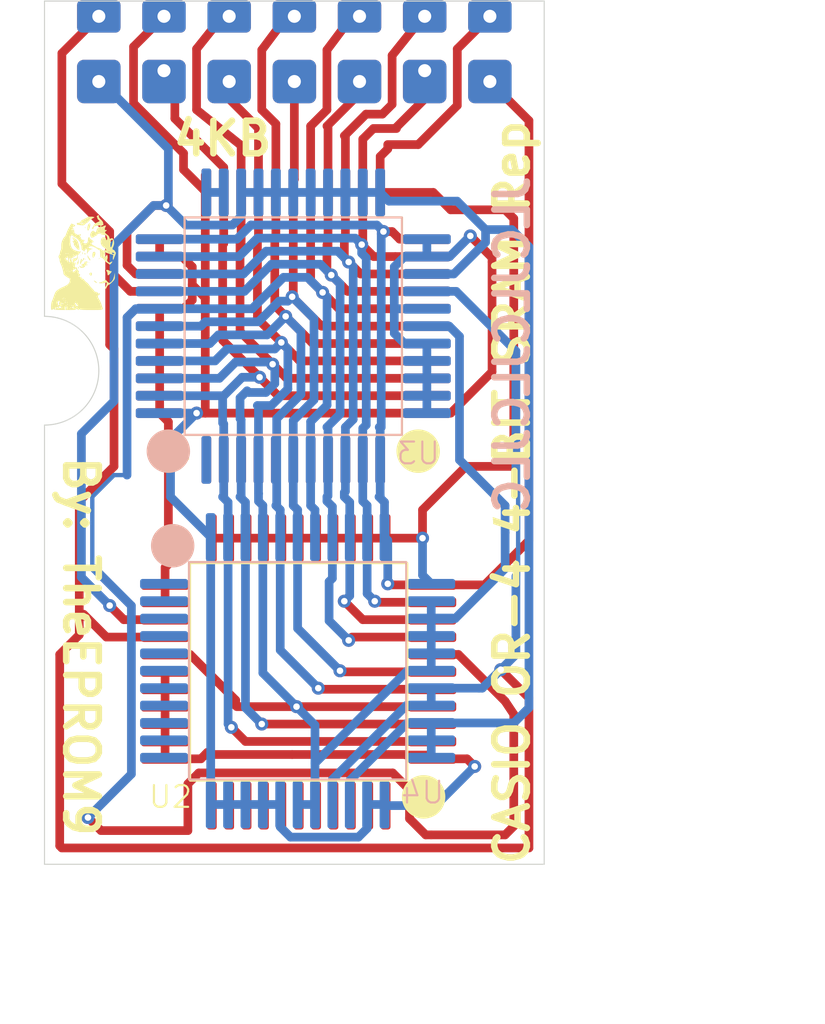
<source format=kicad_pcb>
(kicad_pcb (version 20241229) (generator "pcbnew") (generator_version "9.0")
  (layers (0 "F.Cu" signal) (2 "B.Cu" signal) (13 "F.Paste" user) (15 "B.Paste" user) (5 "F.SilkS" user "F.Silkscreen") (7 "B.SilkS" user "B.Silkscreen") (1 "F.Mask" user) (3 "B.Mask" user) (25 "Edge.Cuts" user))
  (net 0 "")
  (net 1 "Net-(J1-OP)")
  (net 2 "Net-(J1-CE)")
  (net 4 "Net-(J1-D1)")
  (net 6 "Net-(J1-CK1)")
  (net 7 "Net-(J1-V3)")
  (net 9 "Net-(J1-D3)")
  (net 10 "Net-(J1-V4)")
  (net 11 "Net-(J1-GND)")
  (net 14 "Net-(J1-CK2)")
  (net 15 "Net-(U4-BL1)")
  (net 18 "Net-(J1-VDD2)")
  (net 20 "Net-(J1-D4)")
  (net 21 "Net-(J1-INT)")
  (net 22 "Net-(J1-VDD1)")
  (net 49 "Net-(J1-D2)")
  (footprint "Custom_Reto_Chips:MountingHole_2.5mm" (layer "F.Cu") (at 103.9 84)
    (property "Reference" "REF**" (hide yes))
    (property "Value" "MountingHole_2.5mm" (hide yes))
  )
  (footprint "Custom_Reto_Chips:MountingHole_2.5mm" (layer "F.Cu") (at 104 67.5)
    (property "Reference" "REF**" (hide yes))
    (property "Value" "MountingHole_2.5mm" (hide yes))
  )
  (footprint "Custom_Reto_Chips:MountingHole_2.5mm" (layer "F.Cu") (at 119 67.5)
    (property "Reference" "REF**" (hide yes))
    (property "Value" "MountingHole_2.5mm" (hide yes))
  )
  (footprint "Custom_Reto_Chips:HD61914" (layer "F.Cu") (at 112.2 102.35)
    (property "Reference" "U2")
    (property "Value" "~")
  )
  (footprint "Custom_Reto_Chips:HD61914" (layer "F.Cu") (at 111.95 86.45)
    (property "Reference" "U1")
    (property "Value" "~")
  )
  (footprint "Custom_Reto_Chips:CASIO_OR-4_RAM_Pin_Header" (layer "F.Cu") (at 111.5 60.7)
    (property "Reference" "J1" (hide yes))
    (property "Value" "~" (hide yes))
  )
  (footprint "Custom_Reto_Chips:Lion_Logo" (layer "F.Cu") (at 101.8 72)
    (property "Reference" "G***" (hide yes))
    (property "Value" "LOGO" (hide yes))
  )
  (footprint "Custom_Reto_Chips:MountingHole_2.5mm" (layer "F.Cu") (at 119.4 84)
    (property "Reference" "REF**" (hide yes))
    (property "Value" "MountingHole_2.5mm" (hide yes))
  )
  (footprint "Custom_Reto_Chips:HD61914" (layer "B.Cu") (at 110.95 86.45 180)
    (property "Reference" "U3")
    (property "Value" "~")
  )
  (footprint "Custom_Reto_Chips:HD61914" (layer "B.Cu") (at 100.15 90.3 90)
    (property "Reference" "U4")
    (property "Value" "~")
  )
  (gr_line (start 107 65) (end 109 66.6) (stroke (width 0.4)) (layer "F.Cu") (net 22))
  (gr_line (start 113 62.25) (end 113 65) (stroke (width 0.4)) (layer "F.Cu") (net 1))
  (gr_line (start 115.138933 65.861067) (end 114.659453 66.340547) (stroke (width 0.4)) (layer "F.Cu") (net 9))
  (gr_line (start 117 61.25) (end 116 62.5) (stroke (width 0.4)) (layer "F.Cu") (net 49))
  (gr_line (start 110 65) (end 110.604792 65.604792) (stroke (width 0.4)) (layer "F.Cu") (net 6))
  (gr_line (start 107 62.2) (end 107 65) (stroke (width 0.4)) (layer "F.Cu") (net 22))
  (gr_line (start 116 62.5) (end 116 64.75) (stroke (width 0.4)) (layer "F.Cu") (net 49))
  (gr_line (start 114.8 65.2) (end 113.804662 66.195338) (stroke (width 0.4)) (layer "F.Cu") (net 49))
  (gr_line (start 114.25 64.5) (end 113 65.75) (stroke (width 0.4)) (layer "F.Cu") (net 4))
  (gr_line (start 121.2 92.2) (end 121.6 92.8) (stroke (width 0.4)) (layer "F.Cu") (net 1))
  (gr_line (start 107.8 61.2) (end 107 62.2) (stroke (width 0.4)) (layer "F.Cu") (net 22))
  (gr_line (start 113.75 61.25) (end 113 62.25) (stroke (width 0.4)) (layer "F.Cu") (net 1))
  (gr_line (start 110 62.25) (end 110 65) (stroke (width 0.4)) (layer "F.Cu") (net 6))
  (gr_line (start 106 64.6) (end 106 65.4) (stroke (width 0.4)) (layer "F.Cu") (net 2))
  (gr_line (start 107.4 68) (end 107.4 73.8) (stroke (width 0.4)) (layer "F.Cu") (net 11))
  (gr_line (start 115.550845 65.199155) (end 114.8 65.2) (stroke (width 0.4)) (layer "F.Cu") (net 49))
  (gr_line (start 110.75 61.25) (end 110 62.25) (stroke (width 0.4)) (layer "F.Cu") (net 6))
  (gr_line (start 113 65) (end 112.25 65.75) (stroke (width 0.4)) (layer "F.Cu") (net 1))
  (gr_line (start 117.5 64.5) (end 116.152534 65.847466) (stroke (width 0.4)) (layer "F.Cu") (net 9))
  (gr_line (start 116 64.75) (end 115.550845 65.199155) (stroke (width 0.4)) (layer "F.Cu") (net 49))
  (gr_line (start 108.5 64.5) (end 109.78307 65.78307) (stroke (width 0.4)) (layer "F.Cu") (net 18))
  (gr_line (start 115.138933 65.861067) (end 116.2 65.861067) (stroke (width 0.4)) (layer "F.Cu") (net 9))
  (gr_line (start 103.2 76.5) (end 103.2 77.1) (stroke (width 0.4)) (layer "B.Cu") (net 10))
  (gr_line (start 121.8 82.6) (end 121.8 86.4) (stroke (width 0.2)) (layer "B.Cu") (net 7))
  (gr_line (start 116.6 97) (end 115.6 97) (stroke (width 0.4)) (layer "B.Cu"))
  (gr_arc (start 100 74.5) (mid 102.5 77) (end 100 79.5) (stroke (width 0.05)) (layer "Edge.Cuts"))
  (gr_line (start 123 99.7) (end 100 99.7) (stroke (width 0.05)) (layer "Edge.Cuts"))
  (gr_line (start 123 60) (end 123 99.7) (stroke (width 0.05)) (layer "Edge.Cuts"))
  (gr_line (start 100 60) (end 100 74.5) (stroke (width 0.05)) (layer "Edge.Cuts"))
  (gr_line (start 100 99.7) (end 100 79.5) (stroke (width 0.05)) (layer "Edge.Cuts"))
  (gr_line (start 100 60) (end 123 60) (stroke (width 0.05)) (layer "Edge.Cuts"))
  (gr_text "CASIO OR-4 4-BIT SRAM Rep" (at 122.4 82.6 90) (layer "F.SilkS") (effects (font (size 1.5 1.5) (thickness 0.3) (bold yes)) (justify bottom)))
  (gr_text "4KB" (at 108.2 67.2 0) (layer "F.SilkS") (effects (font (size 1.5 1.5) (thickness 0.3) (bold yes)) (justify bottom)))
  (gr_text "By: TheEPROM9" (at 100.8 80.8 270) (layer "F.SilkS") (effects (font (size 1.5 1.5) (thickness 0.3) (bold yes)) (justify left bottom)))
  (gr_text "JLCJLCJLCJLC" (at 122.4 75.8 90) (layer "B.SilkS") (effects (font (size 1.5 1.5) (thickness 0.3) (bold yes)) (justify bottom mirror)))
  (segment (start 117.6 74.15) (end 113.55 74.15) (width 0.4) (layer "F.Cu") (net 1))
  (segment (start 116.8 97.6) (end 117.548 98.348) (width 0.4) (layer "F.Cu") (net 1))
  (segment (start 107.101 95.499) (end 116.028316 95.499) (width 0.4) (layer "F.Cu") (net 1))
  (segment (start 112.8 73.4) (end 112.25 72.85) (width 0.4) (layer "F.Cu") (net 1))
  (segment (start 106.6 98.15) (end 102.6 98.15) (width 0.4) (layer "F.Cu") (net 1))
  (segment (start 117.8 98.348) (end 121.2 98.348) (width 0.4) (layer "F.Cu") (net 1))
  (segment (start 117.85 90.05) (end 119.05 90.05) (width 0.4) (layer "F.Cu") (net 1))
  (segment (start 117.548 98.348) (end 117.8 98.348) (width 0.4) (layer "F.Cu") (net 1))
  (segment (start 116.8 97.549) (end 116.8 97.6) (width 0.4) (layer "F.Cu") (net 1))
  (segment (start 121.2 98.348) (end 121.6 97.948) (width 0.4) (layer "F.Cu") (net 1))
  (segment (start 116.028316 95.499) (end 116.8 96.270684) (width 0.4) (layer "F.Cu") (net 1))
  (segment (start 119.05 90.05) (end 121.2 92.2) (width 0.4) (layer "F.Cu") (net 1))
  (segment (start 113.55 74.15) (end 112.8 73.4) (width 0.4) (layer "F.Cu") (net 1))
  (segment (start 112.25 65.75) (end 112.25 68.8) (width 0.4) (layer "F.Cu") (net 1))
  (segment (start 112.25 72.85) (end 112.25 68.8) (width 0.4) (layer "F.Cu") (net 1))
  (segment (start 121.6 97.948) (end 121.6 92.8) (width 0.4) (layer "F.Cu") (net 1))
  (segment (start 116.8 96.270684) (end 116.8 97.549) (width 0.4) (layer "F.Cu") (net 1))
  (segment (start 106.6 96) (end 107.101 95.499) (width 0.4) (layer "F.Cu") (net 1))
  (segment (start 102.6 98.15) (end 102 97.55) (width 0.4) (layer "F.Cu") (net 1))
  (segment (start 106.6 98.15) (end 106.6 96) (width 0.4) (layer "F.Cu") (net 1))
  (via (at 112.8 73.4) (size 0.6) (drill 0.3) (layers "F.Cu" "B.Cu") (net 1))
  (via (at 102 97.55) (size 0.6) (drill 0.3) (layers "F.Cu" "B.Cu") (net 1))
  (segment (start 103.999 87.807636) (end 103.999 95.551) (width 0.4) (layer "B.Cu") (net 1))
  (segment (start 104.200001 74.15) (end 105.3 74.15) (width 0.4) (layer "B.Cu") (net 1))
  (segment (start 109.555 74.15) (end 111 72.705) (width 0.4) (layer "B.Cu") (net 1))
  (segment (start 112.25 79.341132) (end 112.25 81.1) (width 0.4) (layer "B.Cu") (net 1))
  (segment (start 112.45 83.399) (end 112.25 83.199) (width 0.4) (layer "B.Cu") (net 1))
  (segment (start 112.105 72.705) (end 113.005 73.605) (width 0.4) (layer "B.Cu") (net 1))
  (segment (start 111 72.705) (end 112.105 72.705) (width 0.4) (layer "B.Cu") (net 1))
  (segment (start 103.999 95.551) (end 102 97.55) (width 0.4) (layer "B.Cu") (net 1))
  (segment (start 105.3 74.15) (end 109.555 74.15) (width 0.4) (layer "B.Cu") (net 1))
  (segment (start 102.299 86.107636) (end 103.999 87.807636) (width 0.4) (layer "B.Cu") (net 1))
  (segment (start 103.799 74.551001) (end 104.200001 74.15) (width 0.4) (layer "B.Cu") (net 1))
  (segment (start 103.2 81.8) (end 102.2 82.8) (width 0.2) (layer "B.Cu") (net 1))
  (segment (start 103.799 81.8) (end 103.2 81.8) (width 0.2) (layer "B.Cu") (net 1))
  (segment (start 102.2 86.008636) (end 102.299 86.107636) (width 0.2) (layer "B.Cu") (net 1))
  (segment (start 112.25 83.199) (end 112.25 81.1) (width 0.4) (layer "B.Cu") (net 1))
  (segment (start 113.005 78.586132) (end 112.25 79.341132) (width 0.4) (layer "B.Cu") (net 1))
  (segment (start 102.2 82.8) (end 102.2 86.008636) (width 0.2) (layer "B.Cu") (net 1))
  (segment (start 112.45 84.65) (end 112.45 83.399) (width 0.4) (layer "B.Cu") (net 1))
  (segment (start 113.005 73.605) (end 113.005 78.586132) (width 0.4) (layer "B.Cu") (net 1))
  (segment (start 103.799 81.8) (end 103.799 74.551001) (width 0.4) (layer "B.Cu") (net 1))
  (segment (start 109.25 94.05) (end 108.6 93.4) (width 0.4) (layer "F.Cu") (net 2))
  (segment (start 117.6 78.15) (end 110.75 78.15) (width 0.4) (layer "F.Cu") (net 2))
  (segment (start 108.25 67.65) (end 108.25 68.8) (width 0.4) (layer "F.Cu") (net 2))
  (segment (start 106 65.4) (end 108.25 67.65) (width 0.4) (layer "F.Cu") (net 2))
  (segment (start 108.2 75.6) (end 108.2 71.2) (width 0.4) (layer "F.Cu") (net 2))
  (segment (start 108.25 71.15) (end 108.25 68.8) (width 0.4) (layer "F.Cu") (net 2))
  (segment (start 108.2 71.2) (end 108.25 71.15) (width 0.4) (layer "F.Cu") (net 2))
  (segment (start 109.9 77.3) (end 108.2 75.6) (width 0.4) (layer "F.Cu") (net 2))
  (segment (start 110.7 78.1) (end 110.2 77.6) (width 0.4) (layer "F.Cu") (net 2))
  (segment (start 110.2 77.6) (end 109.9 77.3) (width 0.4) (layer "F.Cu") (net 2))
  (segment (start 110.75 78.15) (end 110.7 78.1) (width 0.4) (layer "F.Cu") (net 2))
  (segment (start 117.85 94.05) (end 109.25 94.05) (width 0.4) (layer "F.Cu") (net 2))
  (via (at 108.6 93.4) (size 0.6) (drill 0.3) (layers "F.Cu" "B.Cu") (net 2))
  (via (at 109.9 77.3) (size 0.6) (drill 0.3) (layers "F.Cu" "B.Cu") (net 2))
  (segment (start 105.3 78.15) (end 108.25 78.15) (width 0.4) (layer "B.Cu") (net 2))
  (segment (start 108.25 79.45) (end 108.25 81.1) (width 0.4) (layer "B.Cu") (net 2))
  (segment (start 108.25 78.15) (end 108.2 78.2) (width 0.4) (layer "B.Cu") (net 2))
  (segment (start 108.6 93.4) (end 108.45 93.25) (width 0.4) (layer "B.Cu") (net 2))
  (segment (start 108.2 79.4) (end 108.25 79.45) (width 0.4) (layer "B.Cu") (net 2))
  (segment (start 108.25 78.15) (end 109.1 77.3) (width 0.4) (layer "B.Cu") (net 2))
  (segment (start 108.45 84.65) (end 108.45 83.05) (width 0.4) (layer "B.Cu") (net 2))
  (segment (start 108.2 82.8) (end 108.25 82.75) (width 0.4) (layer "B.Cu") (net 2))
  (segment (start 109.1 77.3) (end 109.9 77.3) (width 0.4) (layer "B.Cu") (net 2))
  (segment (start 108.45 93.25) (end 108.45 84.65) (width 0.4) (layer "B.Cu") (net 2))
  (segment (start 108.45 83.05) (end 108.2 82.8) (width 0.4) (layer "B.Cu") (net 2))
  (segment (start 108.2 78.2) (end 108.2 79.4) (width 0.4) (layer "B.Cu") (net 2))
  (segment (start 108.25 82.75) (end 108.25 81.1) (width 0.4) (layer "B.Cu") (net 2))
  (segment (start 113.7 73.1) (end 113.2 72.6) (width 0.4) (layer "F.Cu") (net 4))
  (segment (start 113.2 72.6) (end 113 72.4) (width 0.4) (layer "F.Cu") (net 4))
  (segment (start 113 71.4) (end 113 71.2) (width 0.4) (layer "F.Cu") (net 4))
  (segment (start 113.05 68.8) (end 113.05 65.8) (width 0.4) (layer "F.Cu") (net 4))
  (segment (start 113 71.4) (end 113.05 71.35) (width 0.4) (layer "F.Cu") (net 4))
  (segment (start 117.6 73.35) (end 113.95 73.35) (width 0.4) (layer "F.Cu") (net 4))
  (segment (start 113 72.4) (end 113 71.4) (width 0.4) (layer "F.Cu") (net 4))
  (segment (start 113.05 71.35) (end 113.05 68.8) (width 0.4) (layer "F.Cu") (net 4))
  (segment (start 113.05 65.8) (end 113.049971 65.799971) (width 0.4) (layer "F.Cu") (net 4))
  (segment (start 117.85 89.25) (end 114.15 89.25) (width 0.4) (layer "F.Cu") (net 4))
  (segment (start 113.95 73.35) (end 113.7 73.1) (width 0.4) (layer "F.Cu") (net 4))
  (via (at 114 89.4) (size 0.6) (drill 0.3) (layers "F.Cu" "B.Cu") (net 4))
  (via (at 113.2 72.6) (size 0.6) (drill 0.3) (layers "F.Cu" "B.Cu") (net 4))
  (segment (start 113.25 83.25) (end 113 83) (width 0.4) (layer "B.Cu") (net 4))
  (segment (start 109.202942 73.35) (end 110.448942 72.104) (width 0.4) (layer "B.Cu") (net 4))
  (segment (start 113 83) (end 113 82.8) (width 0.4) (layer "B.Cu") (net 4))
  (segment (start 113.606 73.006) (end 113.606 78.993) (width 0.4) (layer "B.Cu") (net 4))
  (segment (start 110.448942 72.104) (end 112.704 72.104) (width 0.4) (layer "B.Cu") (net 4))
  (segment (start 105.3 73.35) (end 109.202942 73.35) (width 0.4) (layer "B.Cu") (net 4))
  (segment (start 113.606 78.993) (end 113 79.599) (width 0.4) (layer "B.Cu") (net 4))
  (segment (start 114 89.4) (end 113.099 88.499) (width 0.4) (layer "B.Cu") (net 4))
  (segment (start 113.099 88.499) (end 113.099 86.701) (width 0.4) (layer "B.Cu") (net 4))
  (segment (start 113 79.599) (end 113.05 79.649) (width 0.4) (layer "B.Cu") (net 4))
  (segment (start 113.099 86.701) (end 113.25 86.55) (width 0.4) (layer "B.Cu") (net 4))
  (segment (start 113.05 79.649) (end 113.05 81.1) (width 0.4) (layer "B.Cu") (net 4))
  (segment (start 113 82.8) (end 113.05 82.75) (width 0.4) (layer "B.Cu") (net 4))
  (segment (start 112.704 72.104) (end 113.606 73.006) (width 0.4) (layer "B.Cu") (net 4))
  (segment (start 113.25 84.65) (end 113.25 83.25) (width 0.4) (layer "B.Cu") (net 4))
  (segment (start 113.25 86.55) (end 113.25 84.65) (width 0.4) (layer "B.Cu") (net 4))
  (segment (start 113.05 82.75) (end 113.05 81.1) (width 0.4) (layer "B.Cu") (net 4))
  (segment (start 110.6 71) (end 110.65 70.95) (width 0.4) (layer "F.Cu") (net 6))
  (segment (start 117.85 91.65) (end 112.65 91.65) (width 0.4) (layer "F.Cu") (net 6))
  (segment (start 111.1 74.5) (end 110.6 74) (width 0.4) (layer "F.Cu") (net 6))
  (segment (start 110.65 65.65) (end 110.65 68.8) (width 0.4) (layer "F.Cu") (net 6))
  (segment (start 111.4 74.8) (end 111.1 74.5) (width 0.4) (layer "F.Cu") (net 6))
  (segment (start 117.6 75.75) (end 112.35 75.75) (width 0.4) (layer "F.Cu") (net 6))
  (segment (start 110.6 74) (end 110.6 71) (width 0.4) (layer "F.Cu") (net 6))
  (segment (start 112.35 75.75) (end 112.1 75.5) (width 0.4) (layer "F.Cu") (net 6))
  (segment (start 110.604792 65.604792) (end 110.65 65.65) (width 0.4) (layer "F.Cu") (net 6))
  (segment (start 112.1 75.5) (end 111.4 74.8) (width 0.4) (layer "F.Cu") (net 6))
  (segment (start 110.65 70.95) (end 110.65 68.8) (width 0.4) (layer "F.Cu") (net 6))
  (via (at 112.6 91.6) (size 0.6) (drill 0.3) (layers "F.Cu" "B.Cu") (net 6))
  (via (at 111.1 74.5) (size 0.6) (drill 0.3) (layers "F.Cu" "B.Cu") (net 6))
  (segment (start 110.85 89.85) (end 110.85 84.65) (width 0.4) (layer "B.Cu") (net 6))
  (segment (start 108.006694 75.352) (end 110.248 75.352) (width 0.4) (layer "B.Cu") (net 6))
  (segment (start 112.6 91.6) (end 110.85 89.85) (width 0.4) (layer "B.Cu") (net 6))
  (segment (start 110.248 75.352) (end 111.1 74.5) (width 0.4) (layer "B.Cu") (net 6))
  (segment (start 110.85 83.399) (end 110.651 83.2) (width 0.4) (layer "B.Cu") (net 6))
  (segment (start 107.608694 75.75) (end 108.006694 75.352) (width 0.4) (layer "B.Cu") (net 6))
  (segment (start 110.85 84.65) (end 110.85 83.399) (width 0.4) (layer "B.Cu") (net 6))
  (segment (start 111.803 75.203) (end 111.803 78.088248) (width 0.4) (layer "B.Cu") (net 6))
  (segment (start 110.651 83.2) (end 110.688248 83.162752) (width 0.4) (layer "B.Cu") (net 6))
  (segment (start 111.1 74.5) (end 111.803 75.203) (width 0.4) (layer "B.Cu") (net 6))
  (segment (start 111.803 78.088248) (end 110.688248 79.203) (width 0.4) (layer "B.Cu") (net 6))
  (segment (start 105.3 75.75) (end 107.608694 75.75) (width 0.4) (layer "B.Cu") (net 6))
  (segment (start 110.688248 83.162752) (end 110.688248 79.203) (width 0.4) (layer "B.Cu") (net 6))
  (segment (start 103 72.4) (end 103.95 73.35) (width 0.4) (layer "F.Cu") (net 7))
  (segment (start 103.2 81.4) (end 101.6 83) (width 0.4) (layer "F.Cu") (net 7))
  (segment (start 101.6 89.15) (end 100.701 90.049) (width 0.4) (layer "F.Cu") (net 7))
  (segment (start 103 70.6) (end 103 72.4) (width 0.4) (layer "F.Cu") (net 7))
  (segment (start 102.85 89.25) (end 105.55 89.25) (width 0.4) (layer "F.Cu") (net 7))
  (segment (start 103.95 73.35) (end 105.3 73.35) (width 0.4) (layer "F.Cu") (net 7))
  (segment (start 122.299 98.949) (end 122.299 92.049) (width 0.4) (layer "F.Cu") (net 7))
  (segment (start 101.6 83) (end 101.6 84) (width 0.4) (layer "F.Cu") (net 7))
  (segment (start 102.5 60.7) (end 100.8 62.4) (width 0.4) (layer "F.Cu") (net 7))
  (segment (start 100.701 98.851) (end 100.799 98.949) (width 0.4) (layer "F.Cu") (net 7))
  (segment (start 100.701 90.049) (end 100.701 98.851) (width 0.4) (layer "F.Cu") (net 7))
  (segment (start 103 75.8) (end 103.2 76) (width 0.4) (layer "F.Cu") (net 7))
  (segment (start 100.799 98.949) (end 122.299 98.949) (width 0.4) (layer "F.Cu") (net 7))
  (segment (start 101.8 88.2) (end 102.85 89.25) (width 0.4) (layer "F.Cu") (net 7))
  (segment (start 103 72.4) (end 103 75.8) (width 0.4) (layer "F.Cu") (net 7))
  (segment (start 100.8 68.4) (end 103 70.6) (width 0.4) (layer "F.Cu") (net 7))
  (segment (start 101.6 83.95) (end 101.6 89.15) (width 0.4) (layer "F.Cu") (net 7))
  (segment (start 103.2 76) (end 103.2 81.4) (width 0.4) (layer "F.Cu") (net 7))
  (segment (start 100.8 62.4) (end 100.8 68.4) (width 0.4) (layer "F.Cu") (net 7))
  (segment (start 122.299 92.049) (end 121 90.75) (width 0.4) (layer "F.Cu") (net 7))
  (via (at 121 90.75) (size 0.6) (drill 0.3) (layers "F.Cu" "B.Cu") (net 7))
  (segment (start 121.698 90.052) (end 121 90.75) (width 0.4) (layer "B.Cu") (net 7))
  (segment (start 120.15 91.6) (end 120 91.6) (width 0.4) (layer "B.Cu") (net 7))
  (segment (start 113.25 95.800059) (end 116.650059 92.4) (width 0.4) (layer "B.Cu") (net 7))
  (segment (start 117.6 73.35) (end 118.95 73.35) (width 0.4) (layer "B.Cu") (net 7))
  (segment (start 118.95 73.35) (end 121.698 76.098) (width 0.4) (layer "B.Cu") (net 7))
  (segment (start 121.698 76.098) (end 121.698 82.6) (width 0.4) (layer "B.Cu") (net 7))
  (segment (start 113.25 96.95) (end 113.25 95.800059) (width 0.4) (layer "B.Cu") (net 7))
  (segment (start 121 90.75) (end 120.15 91.6) (width 0.4) (layer "B.Cu") (net 7))
  (segment (start 117.8 92.4) (end 117.8 91.6) (width 0.4) (layer "B.Cu") (net 7))
  (segment (start 121.698 86.451941) (end 121.698 90.052) (width 0.4) (layer "B.Cu") (net 7))
  (segment (start 120 91.6) (end 118.401 91.6) (width 0.4) (layer "B.Cu") (net 7))
  (segment (start 116.650059 92.4) (end 117.8 92.4) (width 0.4) (layer "B.Cu") (net 7))
  (segment (start 116.149 71.75) (end 115.15 71.75) (width 0.4) (layer "F.Cu") (net 9))
  (segment (start 117.85 87.65) (end 115.25 87.65) (width 0.4) (layer "F.Cu") (net 9))
  (segment (start 117.6 71.75) (end 116.149 71.75) (width 0.4) (layer "F.Cu") (net 9))
  (segment (start 114.659453 66.340547) (end 114.65 66.35) (width 0.4) (layer "F.Cu") (net 9))
  (segment (start 115 71.6) (end 114.6 71.2) (width 0.4) (layer "F.Cu") (net 9))
  (segment (start 114.65 71.15) (end 114.6 71.2) (width 0.4) (layer "F.Cu") (net 9))
  (segment (start 114.65 66.35) (end 114.65 68.8) (width 0.4) (layer "F.Cu") (net 9))
  (segment (start 114.65 68.8) (end 114.65 71.15) (width 0.4) (layer "F.Cu") (net 9))
  (segment (start 115.15 71.75) (end 115 71.6) (width 0.4) (layer "F.Cu") (net 9))
  (via (at 115.2 87.6) (size 0.6) (drill 0.3) (layers "F.Cu" "B.Cu") (net 9))
  (via (at 114.6 71.2) (size 0.6) (drill 0.3) (layers "F.Cu" "B.Cu") (net 9))
  (segment (start 114.6 71.6) (end 114.808 71.808) (width 0.4) (layer "B.Cu") (net 9))
  (segment (start 108.952 71.75) (end 109.8 70.902) (width 0.4) (layer "B.Cu") (net 9))
  (segment (start 114.85 84.65) (end 114.85 83.199) (width 0.4) (layer "B.Cu") (net 9))
  (segment (start 114.65 79.648884) (end 114.65 81.1) (width 0.4) (layer "B.Cu") (net 9))
  (segment (start 114.808 79.490884) (end 114.65 79.648884) (width 0.4) (layer "B.Cu") (net 9))
  (segment (start 114.6 71.2) (end 114.6 71.6) (width 0.4) (layer "B.Cu") (net 9))
  (segment (start 114.65 82.999) (end 114.65 81.1) (width 0.4) (layer "B.Cu") (net 9))
  (segment (start 105.3 71.75) (end 108.952 71.75) (width 0.4) (layer "B.Cu") (net 9))
  (segment (start 109.8 70.902) (end 114.302 70.902) (width 0.4) (layer "B.Cu") (net 9))
  (segment (start 115.2 87.6) (end 114.85 87.25) (width 0.4) (layer "B.Cu") (net 9))
  (segment (start 114.808 71.808) (end 114.808 79.490884) (width 0.4) (layer "B.Cu") (net 9))
  (segment (start 114.302 70.902) (end 114.6 71.2) (width 0.4) (layer "B.Cu") (net 9))
  (segment (start 114.85 87.25) (end 114.85 84.65) (width 0.4) (layer "B.Cu") (net 9))
  (segment (start 114.85 83.199) (end 114.65 82.999) (width 0.4) (layer "B.Cu") (net 9))
  (segment (start 104.200001 72.55) (end 103.799 72.148999) (width 0.4) (layer "F.Cu") (net 10))
  (segment (start 105.3 72.55) (end 104.200001 72.55) (width 0.4) (layer "F.Cu") (net 10))
  (segment (start 103.799 72.148999) (end 103.799 70.621684) (width 0.4) (layer "F.Cu") (net 10))
  (segment (start 103.799 70.621684) (end 105.020684 69.4) (width 0.4) (layer "F.Cu") (net 10))
  (segment (start 105.020684 69.4) (end 105.6 69.4) (width 0.4) (layer "F.Cu") (net 10))
  (segment (start 105.55 88.45) (end 103.65 88.45) (width 0.4) (layer "F.Cu") (net 10))
  (segment (start 103.65 88.45) (end 103 87.8) (width 0.4) (layer "F.Cu") (net 10))
  (via (at 105.6 69.4) (size 0.6) (drill 0.3) (layers "F.Cu" "B.Cu") (net 10))
  (via (at 103 87.8) (size 0.6) (drill 0.3) (layers "F.Cu" "B.Cu") (net 10))
  (segment (start 117.8 94.8) (end 117.8 93.2) (width 0.4) (layer "B.Cu") (net 10))
  (segment (start 105.6 69.4) (end 106.501 70.301) (width 0.4) (layer "B.Cu") (net 10))
  (segment (start 103.198 71.222684) (end 103.198 76.6) (width 0.4) (layer "B.Cu") (net 10))
  (segment (start 103 87.8) (end 101.698 86.498) (width 0.4) (layer "B.Cu") (net 10))
  (segment (start 115.851 69.201) (end 118.992364 69.201) (width 0.4) (layer "B.Cu") (net 10))
  (segment (start 122.299 80.2) (end 122.299 81) (width 0.4) (layer "B.Cu") (net 10))
  (segment (start 120.301 71.090364) (end 118.841364 72.55) (width 0.4) (layer "B.Cu") (net 10))
  (segment (start 108.648999 70.301) (end 109.05 69.899999) (width 0.4) (layer "B.Cu") (net 10))
  (segment (start 114.05 95.850001) (end 116.700001 93.2) (width 0.4) (layer "B.Cu") (net 10))
  (segment (start 101.698 79.9) (end 103.198 78.4) (width 0.4) (layer "B.Cu") (net 10))
  (segment (start 105.020684 69.4) (end 103.198 71.222684) (width 0.4) (layer "B.Cu") (net 10))
  (segment (start 116.700001 93.2) (end 117.8 93.2) (width 0.4) (layer "B.Cu") (net 10))
  (segment (start 122.299 71.299) (end 122.299 80.2) (width 0.4) (layer "B.Cu") (net 10))
  (segment (start 102.605577 63.7) (end 102.5 63.7) (width 0.4) (layer "B.Cu") (net 10))
  (segment (start 105.6 69.4) (end 105.701 69.299) (width 0.4) (layer "B.Cu") (net 10))
  (segment (start 109.05 69.899999) (end 109.05 68.8) (width 0.4) (layer "B.Cu") (net 10))
  (segment (start 115.45 68.8) (end 115.851 69.201) (width 0.4) (layer "B.Cu") (net 10))
  (segment (start 115.45 68.8) (end 109.05 68.8) (width 0.4) (layer "B.Cu") (net 10))
  (segment (start 105.701 69.299) (end 105.701 66.795423) (width 0.4) (layer "B.Cu") (net 10))
  (segment (start 118.992364 69.201) (end 120.301 70.509636) (width 0.4) (layer "B.Cu") (net 10))
  (segment (start 105.6 69.4) (end 105.020684 69.4) (width 0.4) (layer "B.Cu") (net 10))
  (segment (start 120.301 70.509636) (end 121.509636 70.509636) (width 0.4) (layer "B.Cu") (net 10))
  (segment (start 101.698 86.498) (end 101.698 79.9) (width 0.4) (layer "B.Cu") (net 10))
  (segment (start 106.501 70.301) (end 108.648999 70.301) (width 0.4) (layer "B.Cu") (net 10))
  (segment (start 103.198 78.4) (end 103.198 77.2) (width 0.4) (layer "B.Cu") (net 10))
  (segment (start 105.701 66.795423) (end 102.605577 63.7) (width 0.4) (layer "B.Cu") (net 10))
  (segment (start 122.299 80.2) (end 122.299 92.501) (width 0.4) (layer "B.Cu") (net 10))
  (segment (start 114.05 96.95) (end 114.05 95.850001) (width 0.4) (layer "B.Cu") (net 10))
  (segment (start 120.301 70.509636) (end 120.301 71.090364) (width 0.4) (layer "B.Cu") (net 10))
  (segment (start 122.299 92.501) (end 121.6 93.2) (width 0.4) (layer "B.Cu") (net 10))
  (segment (start 121.509636 70.509636) (end 122.299 71.299) (width 0.4) (layer "B.Cu") (net 10))
  (segment (start 118.841364 72.55) (end 117.6 72.55) (width 0.4) (layer "B.Cu") (net 10))
  (segment (start 121.6 93.2) (end 118.401 93.2) (width 0.4) (layer "B.Cu") (net 10))
  (segment (start 105.55 86.05) (end 105.55 87.65) (width 0.4) (layer "F.Cu") (net 11))
  (segment (start 106.801 73.748999) (end 106.801 72.221684) (width 0.4) (layer "F.Cu") (net 11))
  (segment (start 116.646684 94.676) (end 117.676 94.676) (width 0.4) (layer "F.Cu") (net 11))
  (segment (start 105.701 85.899) (end 105.55 86.05) (width 0.4) (layer "F.Cu") (net 11))
  (segment (start 105.701 79.351) (end 105.701 85.899) (width 0.4) (layer "F.Cu") (net 11))
  (segment (start 107.4 78.95) (end 117.6 78.95) (width 0.4) (layer "F.Cu") (net 11))
  (segment (start 104.099 64.699) (end 106.4 67) (width 0.4) (layer "F.Cu") (net 11))
  (segment (start 105.55 94.85) (end 107.2 94.85) (width 0.4) (layer "F.Cu") (net 11))
  (segment (start 117.6 78.95) (end 118.699999 78.95) (width 0.4) (layer "F.Cu") (net 11))
  (segment (start 105.5 60.7) (end 104.099 62.101) (width 0.4) (layer "F.Cu") (net 11))
  (segment (start 105.3 74.15) (end 106.399999 74.15) (width 0.4) (layer "F.Cu") (net 11))
  (segment (start 111.399 94.651) (end 116.621684 94.651) (width 0.4) (layer "F.Cu") (net 11))
  (segment (start 120.6 77.049999) (end 120.6 72) (width 0.4) (layer "F.Cu") (net 11))
  (segment (start 107.4 78.95) (end 107.4 73.649942) (width 0.4) (layer "F.Cu") (net 11))
  (segment (start 107.2 94.85) (end 107.425 94.625) (width 0.4) (layer "F.Cu") (net 11))
  (segment (start 104.099 62.101) (end 104.099 64.699) (width 0.4) (layer "F.Cu") (net 11))
  (segment (start 107.500029 94.549971) (end 107.601058 94.651) (width 0.4) (layer "F.Cu") (net 11))
  (segment (start 106.329316 71.75) (end 105.801 71.75) (width 0.4) (layer "F.Cu") (net 11))
  (segment (start 120.6 72) (end 120.6 71.8) (width 0.4) (layer "F.Cu") (net 11))
  (segment (start 118.699999 78.95) (end 120.6 77.049999) (width 0.4) (layer "F.Cu") (net 11))
  (segment (start 105.55 90.85) (end 105.55 94.85) (width 0.4) (layer "F.Cu") (net 11))
  (segment (start 116.621684 94.651) (end 116.646684 94.676) (width 0.4) (layer "F.Cu") (net 11))
  (segment (start 105.3 78.95) (end 105.3 74.15) (width 0.4) (layer "F.Cu") (net 11))
  (segment (start 106.4 67) (end 106.4 67.75) (width 0.4) (layer "F.Cu") (net 11))
  (segment (start 105.3 70.95) (end 105.3 71.75) (width 0.4) (layer "F.Cu") (net 11))
  (segment (start 106.399999 74.15) (end 106.801 73.748999) (width 0.4) (layer "F.Cu") (net 11))
  (segment (start 105.3 78.95) (end 107 78.95) (width 0.4) (layer "F.Cu") (net 11))
  (segment (start 106.4 67.75) (end 107.45 68.8) (width 0.4) (layer "F.Cu") (net 11))
  (segment (start 119.45 94.85) (end 119.8 95.2) (width 0.4) (layer "F.Cu") (net 11))
  (segment (start 105.3 78.95) (end 105.701 79.351) (width 0.4) (layer "F.Cu") (net 11))
  (segment (start 107.601058 94.651) (end 111.4 94.651) (width 0.4) (layer "F.Cu") (net 11))
  (segment (start 106.801 72.221684) (end 106.329316 71.75) (width 0.4) (layer "F.Cu") (net 11))
  (segment (start 107.425 94.625) (end 107.500029 94.549971) (width 0.4) (layer "F.Cu") (net 11))
  (segment (start 117.676 94.676) (end 117.85 94.85) (width 0.4) (layer "F.Cu") (net 11))
  (segment (start 107.4 73.649942) (end 106.799 73.048942) (width 0.4) (layer "F.Cu") (net 11))
  (segment (start 107 78.95) (end 107.4 78.95) (width 0.4) (layer "F.Cu") (net 11))
  (segment (start 117.85 94.85) (end 119.45 94.85) (width 0.4) (layer "F.Cu") (net 11))
  (segment (start 120.6 71.8) (end 119.6 70.8) (width 0.4) (layer "F.Cu") (net 11))
  (via (at 119.8 95.2) (size 0.6) (drill 0.3) (layers "F.Cu" "B.Cu") (net 11))
  (via (at 119.6 70.8) (size 0.6) (drill 0.3) (layers "F.Cu" "B.Cu") (net 11))
  (via (at 107 78.95) (size 0.6) (drill 0.3) (layers "F.Cu" "B.Cu") (net 11))
  (segment (start 116.570684 71.75) (end 117.6 71.75) (width 0.4) (layer "B.Cu") (net 11))
  (segment (start 118.65 71.75) (end 117.6 71.75) (width 0.4) (layer "B.Cu") (net 11))
  (segment (start 107.65 84.65) (end 105.8 82.8) (width 0.4) (layer "B.Cu") (net 11))
  (segment (start 116.099 75.278316) (end 116.099 74.2) (width 0.4) (layer "B.Cu") (net 11))
  (segment (start 119.8 95.2) (end 118 97) (width 0.4) (layer "B.Cu") (net 11))
  (segment (start 117.6 74.15) (end 116.149 74.15) (width 0.4) (layer "B.Cu") (net 11))
  (segment (start 116.149 74.15) (end 116.099 74.2) (width 0.4) (layer "B.Cu") (net 11))
  (segment (start 117.6 70.95) (end 117.6 71.75) (width 0.4) (layer "B.Cu") (net 11))
  (segment (start 117.6 75.75) (end 116.570684 75.75) (width 0.4) (layer "B.Cu") (net 11))
  (segment (start 117.6 75.75) (end 117.6 78.95) (width 0.4) (layer "B.Cu") (net 11))
  (segment (start 118 97) (end 116.6 97) (width 0.4) (layer "B.Cu") (net 11))
  (segment (start 105.8 80.15) (end 107 78.95) (width 0.4) (layer "B.Cu") (net 11))
  (segment (start 116.099 72.221684) (end 116.570684 71.75) (width 0.4) (layer "B.Cu") (net 11))
  (segment (start 105.8 82.8) (end 105.8 80.15) (width 0.4) (layer "B.Cu") (net 11))
  (segment (start 105.3 78.95) (end 107 78.95) (width 0.4) (layer "B.Cu") (net 11))
  (segment (start 116.570684 75.75) (end 116.099 75.278316) (width 0.4) (layer "B.Cu") (net 11))
  (segment (start 116.099 74.2) (end 116.099 72.221684) (width 0.4) (layer "B.Cu") (net 11))
  (segment (start 119.6 70.8) (end 118.65 71.75) (width 0.4) (layer "B.Cu") (net 11))
  (segment (start 111.45 68.8) (end 111.45 68.25) (width 0.4) (layer "F.Cu") (net 14))
  (segment (start 117.6 74.95) (end 112.75 74.95) (width 0.4) (layer "F.Cu") (net 14))
  (segment (start 117.85 90.85) (end 113.65 90.85) (width 0.4) (layer "F.Cu") (net 14))
  (segment (start 111.5 68.2) (end 111.5 63.7) (width 0.4) (layer "F.Cu") (net 14))
  (segment (start 111.45 68.25) (end 111.5 68.2) (width 0.4) (layer "F.Cu") (net 14))
  (segment (start 111.4 73.6) (end 111.45 73.55) (width 0.4) (layer "F.Cu") (net 14))
  (segment (start 112.75 74.95) (end 111.4 73.6) (width 0.4) (layer "F.Cu") (net 14))
  (segment (start 111.45 73.55) (end 111.45 68.8) (width 0.4) (layer "F.Cu") (net 14))
  (via (at 111.4 73.6) (size 0.6) (drill 0.3) (layers "F.Cu" "B.Cu") (net 14))
  (via (at 113.6 90.8) (size 0.6) (drill 0.3) (layers "F.Cu" "B.Cu") (net 14))
  (segment (start 111.45 79.29119) (end 111.45 81.1) (width 0.4) (layer "B.Cu") (net 14))
  (segment (start 111.4 73.6) (end 112.404 74.604) (width 0.4) (layer "B.Cu") (net 14))
  (segment (start 111.65 83.399) (end 111.45 83.199) (width 0.4) (layer "B.Cu") (net 14))
  (segment (start 111.2 73.8) (end 111.4 73.6) (width 0.4) (layer "B.Cu") (net 14))
  (segment (start 111.45 83.199) (end 111.45 81.1) (width 0.4) (layer "B.Cu") (net 14))
  (segment (start 111.65 84.65) (end 111.65 83.399) (width 0.4) (layer "B.Cu") (net 14))
  (segment (start 107.201 74.95) (end 107.4 74.751) (width 0.4) (layer "B.Cu") (net 14))
  (segment (start 110.8 73.8) (end 111.2 73.8) (width 0.4) (layer "B.Cu") (net 14))
  (segment (start 105.3 74.95) (end 107.201 74.95) (width 0.4) (layer "B.Cu") (net 14))
  (segment (start 109.849 74.751) (end 110.8 73.8) (width 0.4) (layer "B.Cu") (net 14))
  (segment (start 112.404 74.604) (end 112.404 78.33719) (width 0.4) (layer "B.Cu") (net 14))
  (segment (start 112.404 78.33719) (end 111.45 79.29119) (width 0.4) (layer "B.Cu") (net 14))
  (segment (start 111.65 88.85) (end 111.65 84.65) (width 0.4) (layer "B.Cu") (net 14))
  (segment (start 113.6 90.8) (end 111.65 88.85) (width 0.4) (layer "B.Cu") (net 14))
  (segment (start 107.4 74.751) (end 109.849 74.751) (width 0.4) (layer "B.Cu") (net 14))
  (segment (start 110.85 97.979316) (end 111.321684 98.451) (width 0.4) (layer "B.Cu") (net 15))
  (segment (start 110.85 96.95) (end 110.85 97.979316) (width 0.4) (layer "B.Cu") (net 15))
  (segment (start 111.321684 98.451) (end 114.448999 98.451) (width 0.4) (layer "B.Cu") (net 15))
  (segment (start 114.85 98.049999) (end 114.85 96.95) (width 0.4) (layer "B.Cu") (net 15))
  (segment (start 107.65 96.95) (end 110.85 96.95) (width 0.4) (layer "B.Cu") (net 15))
  (segment (start 114.85 96.95) (end 115.65 96.95) (width 0.4) (layer "B.Cu") (net 15))
  (segment (start 107.65 96.95) (end 107.65 85.251) (width 0.4) (layer "B.Cu") (net 15))
  (segment (start 114.448999 98.451) (end 114.85 98.049999) (width 0.4) (layer "B.Cu") (net 15))
  (segment (start 110.9 75.7) (end 109.8 74.6) (width 0.4) (layer "F.Cu") (net 18))
  (segment (start 108.8 92.150059) (end 108.8 92.4) (width 0.4) (layer "F.Cu") (net 18))
  (segment (start 111.2 76) (end 110.9 75.7) (width 0.4) (layer "F.Cu") (net 18))
  (segment (start 108.85 92.45) (end 111.6 92.45) (width 0.4) (layer "F.Cu") (net 18))
  (segment (start 111.6 92.45) (end 117.85 92.45) (width 0.4) (layer "F.Cu") (net 18))
  (segment (start 106.699941 90.05) (end 108.8 92.150059) (width 0.4) (layer "F.Cu") (net 18))
  (segment (start 109.8 71) (end 109.85 70.95) (width 0.4) (layer "F.Cu") (net 18))
  (segment (start 105.55 90.05) (end 106.699941 90.05) (width 0.4) (layer "F.Cu") (net 18))
  (segment (start 111.7 76.5) (end 111.2 76) (width 0.4) (layer "F.Cu") (net 18))
  (segment (start 109.8 74.6) (end 109.8 71) (width 0.4) (layer "F.Cu") (net 18))
  (segment (start 109.78307 65.78307) (end 109.85 65.85) (width 0.4) (layer "F.Cu") (net 18))
  (segment (start 109.85 65.85) (end 109.85 68.8) (width 0.4) (layer "F.Cu") (net 18))
  (segment (start 117.6 76.55) (end 111.75 76.55) (width 0.4) (layer "F.Cu") (net 18))
  (segment (start 111.75 76.55) (end 111.7 76.5) (width 0.4) (layer "F.Cu") (net 18))
  (segment (start 109.85 70.95) (end 109.85 68.8) (width 0.4) (layer "F.Cu") (net 18))
  (via (at 110.9 75.7) (size 0.6) (drill 0.3) (layers "F.Cu" "B.Cu") (net 18))
  (via (at 111.6 92.45) (size 0.6) (drill 0.3) (layers "F.Cu" "B.Cu") (net 18))
  (segment (start 118.629316 74.95) (end 119.101 75.421684) (width 0.4) (layer "B.Cu") (net 18))
  (segment (start 110.05 83.199) (end 109.851 83) (width 0.4) (layer "B.Cu") (net 18))
  (segment (start 121.201 86.098999) (end 118.899999 88.4) (width 0.4) (layer "B.Cu") (net 18))
  (segment (start 117.6 74.95) (end 118.629316 74.95) (width 0.4) (layer "B.Cu") (net 18))
  (segment (start 109.851 83) (end 109.851 82.651) (width 0.4) (layer "B.Cu") (net 18))
  (segment (start 119.101 75.421684) (end 119.101 81.101) (width 0.4) (layer "B.Cu") (net 18))
  (segment (start 121.201 84.445423) (end 121.201 86.098999) (width 0.4) (layer "B.Cu") (net 18))
  (segment (start 109.85 82.65) (end 109.85 81.1) (width 0.4) (layer "B.Cu") (net 18))
  (segment (start 112.45 95.050001) (end 116.700001 90.8) (width 0.4) (layer "B.Cu") (net 18))
  (segment (start 111.202 76.002) (end 111.202 77.839306) (width 0.4) (layer "B.Cu") (net 18))
  (segment (start 112.45 93.3) (end 111.6 92.45) (width 0.4) (layer "B.Cu") (net 18))
  (segment (start 110.9 75.7) (end 111.202 76.002) (width 0.4) (layer "B.Cu") (net 18))
  (segment (start 111.65 96.95) (end 112.45 96.95) (width 0.4) (layer "B.Cu") (net 18))
  (segment (start 110.05 84.65) (end 110.05 83.199) (width 0.4) (layer "B.Cu") (net 18))
  (segment (start 118.899999 88.4) (end 117.8 88.4) (width 0.4) (layer "B.Cu") (net 18))
  (segment (start 111.6 92.45) (end 110.05 90.9) (width 0.4) (layer "B.Cu") (net 18))
  (segment (start 108.4 76) (end 110.6 76) (width 0.4) (layer "B.Cu") (net 18))
  (segment (start 117.8 90.8) (end 117.8 87.6) (width 0.4) (layer "B.Cu") (net 18))
  (segment (start 110.439306 78.602) (end 109.8 78.602) (width 0.4) (layer "B.Cu") (net 18))
  (segment (start 121.2 84.444423) (end 121.201 84.445423) (width 0.4) (layer "B.Cu") (net 18))
  (segment (start 119.101 81.101) (end 121.2 83.2) (width 0.4) (layer "B.Cu") (net 18))
  (segment (start 112.45 95.050001) (end 112.45 93.3) (width 0.4) (layer "B.Cu") (net 18))
  (segment (start 109.85 78.652) (end 109.85 81.1) (width 0.4) (layer "B.Cu") (net 18))
  (segment (start 105.3 76.55) (end 107.85 76.55) (width 0.4) (layer "B.Cu") (net 18))
  (segment (start 116.700001 90.8) (end 117.8 90.8) (width 0.4) (layer "B.Cu") (net 18))
  (segment (start 110.05 90.9) (end 110.05 84.65) (width 0.4) (layer "B.Cu") (net 18))
  (segment (start 107.85 76.55) (end 108.4 76) (width 0.4) (layer "B.Cu") (net 18))
  (segment (start 109.851 82.651) (end 109.85 82.65) (width 0.4) (layer "B.Cu") (net 18))
  (segment (start 110.6 76) (end 110.9 75.7) (width 0.4) (layer "B.Cu") (net 18))
  (segment (start 111.202 77.839306) (end 110.439306 78.602) (width 0.4) (layer "B.Cu") (net 18))
  (segment (start 109.8 78.602) (end 109.85 78.652) (width 0.4) (layer "B.Cu") (net 18))
  (segment (start 112.45 96.95) (end 112.45 95.050001) (width 0.4) (layer "B.Cu") (net 18))
  (segment (start 121.2 83.2) (end 121.2 84.444423) (width 0.4) (layer "B.Cu") (net 18))
  (segment (start 116 70.6) (end 116.35 70.95) (width 0.4) (layer "F.Cu") (net 20))
  (segment (start 122.299 65.499) (end 122.299 84.806577) (width 0.4) (layer "F.Cu") (net 20))
  (segment (start 120.5 63.7) (end 122.299 65.499) (width 0.4) (layer "F.Cu") (net 20))
  (segment (start 117.85 86.85) (end 115.85 86.85) (width 0.4) (layer "F.Cu") (net 20))
  (segment (start 115.6 70.6) (end 116 70.6) (width 0.4) (layer "F.Cu") (net 20))
  (segment (start 122.299 84.806577) (end 120.255577 86.85) (width 0.4) (layer "F.Cu") (net 20))
  (segment (start 116.35 70.95) (end 117.6 70.95) (width 0.4) (layer "F.Cu") (net 20))
  (segment (start 120.255577 86.85) (end 117.85 86.85) (width 0.4) (layer "F.Cu") (net 20))
  (via (at 115.8 86.8) (size 0.6) (drill 0.3) (layers "F.Cu" "B.Cu") (net 20))
  (via (at 115.6 70.6) (size 0.6) (drill 0.3) (layers "F.Cu" "B.Cu") (net 20))
  (segment (start 115.6 70.6) (end 115.498 70.702) (width 0.4) (layer "B.Cu") (net 20))
  (segment (start 115.4 82.8) (end 115.45 82.75) (width 0.4) (layer "B.Cu") (net 20))
  (segment (start 109.499971 70.299971) (end 109.501 70.301) (width 0.4) (layer "B.Cu") (net 20))
  (segment (start 109.501 70.301) (end 115.301 70.301) (width 0.4) (layer "B.Cu") (net 20))
  (segment (start 115.8 84.8) (end 115.65 84.65) (width 0.4) (layer "B.Cu") (net 20))
  (segment (start 105.3 70.95) (end 108.849941 70.95) (width 0.4) (layer "B.Cu") (net 20))
  (segment (start 115.45 82.75) (end 115.45 81.1) (width 0.4) (layer "B.Cu") (net 20))
  (segment (start 115.65 83.05) (end 115.4 82.8) (width 0.4) (layer "B.Cu") (net 20))
  (segment (start 115.498 79.599) (end 115.409 79.599) (width 0.4) (layer "B.Cu") (net 20))
  (segment (start 115.498 70.702) (end 115.498 79.599) (width 0.4) (layer "B.Cu") (net 20))
  (segment (start 115.301 70.301) (end 115.6 70.6) (width 0.4) (layer "B.Cu") (net 20))
  (segment (start 115.409 79.599) (end 115.45 79.64) (width 0.4) (layer "B.Cu") (net 20))
  (segment (start 115.8 86.8) (end 115.8 84.8) (width 0.4) (layer "B.Cu") (net 20))
  (segment (start 115.65 84.65) (end 115.65 83.05) (width 0.4) (layer "B.Cu") (net 20))
  (segment (start 108.849941 70.95) (end 109.499971 70.299971) (width 0.4) (layer "B.Cu") (net 20))
  (segment (start 115.45 79.64) (end 115.45 81.1) (width 0.4) (layer "B.Cu") (net 20))
  (segment (start 121.6 81.4) (end 119.4 81.4) (width 0.4) (layer "F.Cu") (net 21))
  (segment (start 121.6 70) (end 121.6 81.4) (width 0.4) (layer "F.Cu") (net 21))
  (segment (start 119 64.8) (end 117.2 66.6) (width 0.4) (layer "F.Cu") (net 21))
  (segment (start 115.8 66.6) (end 115.8 66.8) (width 0.4) (layer "F.Cu") (net 21))
  (segment (start 118.694423 69.6) (end 121.2 69.6) (width 0.4) (layer "F.Cu") (net 21))
  (segment (start 117.894423 68.8) (end 118.694423 69.6) (width 0.4) (layer "F.Cu") (net 21))
  (segment (start 117.2 66.6) (end 115.8 66.6) (width 0.4) (layer "F.Cu") (net 21))
  (segment (start 117.4 84.7) (end 115.7 84.7) (width 0.4) (layer "F.Cu") (net 21))
  (segment (start 115.7 84.7) (end 107.7 84.7) (width 0.4) (layer "F.Cu") (net 21))
  (segment (start 115.45 68.8) (end 117.894423 68.8) (width 0.4) (layer "F.Cu") (net 21))
  (segment (start 120.5 60.7) (end 119 62.2) (width 0.4) (layer "F.Cu") (net 21))
  (segment (start 117.4 83.4) (end 117.4 84.7) (width 0.4) (layer "F.Cu") (net 21))
  (segment (start 119 62.2) (end 119 64.8) (width 0.4) (layer "F.Cu") (net 21))
  (segment (start 115.8 66.8) (end 115.45 67.15) (width 0.4) (layer "F.Cu") (net 21))
  (segment (start 121.2 69.6) (end 121.6 70) (width 0.4) (layer "F.Cu") (net 21))
  (segment (start 119.4 81.4) (end 117.4 83.4) (width 0.4) (layer "F.Cu") (net 21))
  (segment (start 115.45 67.15) (end 115.45 68.8) (width 0.4) (layer "F.Cu") (net 21))
  (via (at 117.4 84.7) (size 0.6) (drill 0.3) (layers "F.Cu" "B.Cu") (net 21))
  (segment (start 107.45 68.8) (end 108.25 68.8) (width 0.4) (layer "B.Cu") (net 21))
  (segment (start 117.4 86.4) (end 117.8 86.8) (width 0.4) (layer "B.Cu") (net 21))
  (segment (start 117.4 84.7) (end 117.4 86.4) (width 0.4) (layer "B.Cu") (net 21))
  (segment (start 110.5 76.7) (end 109 75.2) (width 0.4) (layer "F.Cu") (net 22))
  (segment (start 117.85 93.25) (end 110 93.25) (width 0.4) (layer "F.Cu") (net 22))
  (segment (start 117.6 77.35) (end 111.15 77.35) (width 0.4) (layer "F.Cu") (net 22))
  (segment (start 111.15 77.35) (end 111.1 77.3) (width 0.4) (layer "F.Cu") (net 22))
  (segment (start 111.1 77.3) (end 110.5 76.7) (width 0.4) (layer "F.Cu") (net 22))
  (segment (start 109.05 66.65) (end 109.05 68.8) (width 0.4) (layer "F.Cu") (net 22))
  (segment (start 109 75.2) (end 109 71.2) (width 0.4) (layer "F.Cu") (net 22))
  (segment (start 109 66.6) (end 109.05 66.65) (width 0.4) (layer "F.Cu") (net 22))
  (segment (start 109 71.2) (end 109.05 71.15) (width 0.4) (layer "F.Cu") (net 22))
  (segment (start 109.05 71.15) (end 109.05 68.8) (width 0.4) (layer "F.Cu") (net 22))
  (via (at 110.5 76.7) (size 0.6) (drill 0.3) (layers "F.Cu" "B.Cu") (net 22))
  (via (at 110 93.25) (size 0.6) (drill 0.3) (layers "F.Cu" "B.Cu") (net 22))
  (segment (start 105.3 77.35) (end 108.051 77.35) (width 0.4) (layer "B.Cu") (net 22))
  (segment (start 110 93.25) (end 109.25 92.5) (width 0.4) (layer "B.Cu") (net 22))
  (segment (start 109.25 84.65) (end 109.25 83.05) (width 0.4) (layer "B.Cu") (net 22))
  (segment (start 109 82.8) (end 109.05 82.75) (width 0.4) (layer "B.Cu") (net 22))
  (segment (start 109 78.249942) (end 109 79.2) (width 0.4) (layer "B.Cu") (net 22))
  (segment (start 108.051 77.35) (end 108.801 76.6) (width 0.4) (layer "B.Cu") (net 22))
  (segment (start 109.05 79.25) (end 109.05 81.1) (width 0.4) (layer "B.Cu") (net 22))
  (segment (start 110.5 76.7) (end 110.601 76.801) (width 0.4) (layer "B.Cu") (net 22))
  (segment (start 109.05 82.75) (end 109.05 81.1) (width 0.4) (layer "B.Cu") (net 22))
  (segment (start 109.324971 77.924971) (end 109 78.249942) (width 0.4) (layer "B.Cu") (net 22))
  (segment (start 109.401 78.001) (end 109.324971 77.924971) (width 0.4) (layer "B.Cu") (net 22))
  (segment (start 109.25 83.05) (end 109 82.8) (width 0.4) (layer "B.Cu") (net 22))
  (segment (start 110.190364 78.001) (end 109.401 78.001) (width 0.4) (layer "B.Cu") (net 22))
  (segment (start 109.25 92.5) (end 109.25 84.65) (width 0.4) (layer "B.Cu") (net 22))
  (segment (start 109 79.2) (end 109.05 79.25) (width 0.4) (layer "B.Cu") (net 22))
  (segment (start 110.4 76.6) (end 110.5 76.7) (width 0.4) (layer "B.Cu") (net 22))
  (segment (start 110.601 76.801) (end 110.601 77.590364) (width 0.4) (layer "B.Cu") (net 22))
  (segment (start 110.601 77.590364) (end 110.190364 78.001) (width 0.4) (layer "B.Cu") (net 22))
  (segment (start 108.801 76.6) (end 110.4 76.6) (width 0.4) (layer "B.Cu") (net 22))
  (segment (start 113.85 66.240676) (end 113.85 68.8) (width 0.4) (layer "F.Cu") (net 49))
  (segment (start 113.8 71.8) (end 113.8 71) (width 0.4) (layer "F.Cu") (net 49))
  (segment (start 117.6 72.55) (end 114.55 72.55) (width 0.4) (layer "F.Cu") (net 49))
  (segment (start 113.85 70.95) (end 113.85 68.8) (width 0.4) (layer "F.Cu") (net 49))
  (segment (start 113.804662 66.195338) (end 113.85 66.240676) (width 0.4) (layer "F.Cu") (net 49))
  (segment (start 113.8 71) (end 113.85 70.95) (width 0.4) (layer "F.Cu") (net 49))
  (segment (start 114.55 72.55) (end 114 72) (width 0.4) (layer "F.Cu") (net 49))
  (segment (start 117.85 88.45) (end 114.65 88.45) (width 0.4) (layer "F.Cu") (net 49))
  (segment (start 114 72) (end 113.8 71.8) (width 0.4) (layer "F.Cu") (net 49))
  (segment (start 114.65 88.45) (end 113.8 87.6) (width 0.4) (layer "F.Cu") (net 49))
  (via (at 113.8 87.6) (size 0.6) (drill 0.3) (layers "F.Cu" "B.Cu") (net 49))
  (via (at 114 72) (size 0.6) (drill 0.3) (layers "F.Cu" "B.Cu") (net 49))
  (segment (start 105.3 72.55) (end 109.153 72.55) (width 0.4) (layer "B.Cu") (net 49))
  (segment (start 114.05 84.65) (end 114.05 83.05) (width 0.4) (layer "B.Cu") (net 49))
  (segment (start 110.2 71.503) (end 113.503 71.503) (width 0.4) (layer "B.Cu") (net 49))
  (segment (start 114.05 83.05) (end 113.8 82.8) (width 0.4) (layer "B.Cu") (net 49))
  (segment (start 113.85 82.55) (end 113.85 81.1) (width 0.4) (layer "B.Cu") (net 49))
  (segment (start 114.207 72.207) (end 114.207 79.241942) (width 0.4) (layer "B.Cu") (net 49))
  (segment (start 114.207 79.241942) (end 113.85 79.598942) (width 0.4) (layer "B.Cu") (net 49))
  (segment (start 113.8 87.6) (end 114.05 87.35) (width 0.4) (layer "B.Cu") (net 49))
  (segment (start 113.503 71.503) (end 114 72) (width 0.4) (layer "B.Cu") (net 49))
  (segment (start 113.8 82.6) (end 113.85 82.55) (width 0.4) (layer "B.Cu") (net 49))
  (segment (start 114.05 87.35) (end 114.05 84.65) (width 0.4) (layer "B.Cu") (net 49))
  (segment (start 109.153 72.55) (end 110.2 71.503) (width 0.4) (layer "B.Cu") (net 49))
  (segment (start 113.8 82.8) (end 113.8 82.6) (width 0.4) (layer "B.Cu") (net 49))
  (segment (start 114 72) (end 114.207 72.207) (width 0.4) (layer "B.Cu") (net 49))
  (segment (start 113.85 79.598942) (end 113.85 81.1) (width 0.4) (layer "B.Cu") (net 49))
)
</source>
